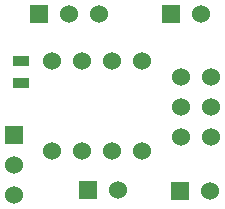
<source format=gts>
G04 #@! TF.FileFunction,Soldermask,Top*
%FSLAX46Y46*%
G04 Gerber Fmt 4.6, Leading zero omitted, Abs format (unit mm)*
G04 Created by KiCad (PCBNEW 4.0.1-stable) date Monday, June 13, 2016 'PMt' 11:56:34 PM*
%MOMM*%
G01*
G04 APERTURE LIST*
%ADD10C,0.100000*%
%ADD11C,1.524000*%
%ADD12R,1.397000X0.889000*%
%ADD13R,1.524000X1.524000*%
G04 APERTURE END LIST*
D10*
D11*
X155112720Y-90134440D03*
X157652720Y-90134440D03*
X155112720Y-92674440D03*
X157652720Y-92674440D03*
X155112720Y-95214440D03*
X157652720Y-95214440D03*
X144160240Y-96415860D03*
X146700240Y-96415860D03*
X149240240Y-96415860D03*
X151780240Y-96415860D03*
X151780240Y-88795860D03*
X149240240Y-88795860D03*
X146700240Y-88795860D03*
X144160240Y-88795860D03*
D12*
X141587220Y-88757760D03*
X141587220Y-90662760D03*
D13*
X143065500Y-84828380D03*
D11*
X145605500Y-84828380D03*
X148145500Y-84828380D03*
D13*
X154254200Y-84787740D03*
D11*
X156794200Y-84787740D03*
D13*
X147279360Y-99738180D03*
D11*
X149819360Y-99738180D03*
D13*
X155026360Y-99776280D03*
D11*
X157566360Y-99776280D03*
D13*
X141015720Y-95064580D03*
D11*
X141015720Y-97604580D03*
X141015720Y-100144580D03*
M02*

</source>
